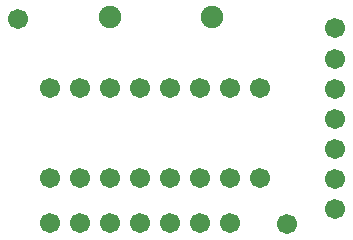
<source format=gts>
G04 Layer: TopSolderMaskLayer*
G04 EasyEDA Pro v2.2.39.2, 2025-06-16 16:20:03*
G04 Gerber Generator version 0.3*
G04 Scale: 100 percent, Rotated: No, Reflected: No*
G04 Dimensions in millimeters*
G04 Leading zeros omitted, absolute positions, 4 integers and 5 decimals*
G04 Generated by one-click*
%FSLAX45Y45*%
%MOMM*%
%ADD10C,1.7016*%
%ADD11C,1.9016*%
%ADD12C,0.5447*%
G75*


G04 Pad Start*
G54D10*
G01X2247900Y-1739900D03*
G01X241300Y-1727200D03*
G01X1511300Y-1727200D03*
G01X1257300Y-1727200D03*
G01X1003300Y-1727200D03*
G01X749300Y-1727200D03*
G01X495300Y-1727200D03*
G01X2654300Y-1612900D03*
G01X2654300Y-1358900D03*
G01X2654300Y-1104900D03*
G01X2654300Y-850900D03*
G01X2654300Y-596900D03*
G01X2654300Y-342900D03*
G01X-25400Y0D03*
G01X1765300Y-1727200D03*
G01X2654300Y-76200D03*
G54D11*
G01X746100Y12700D03*
G01X1616100Y12700D03*
G54D10*
G01X239954Y-1344539D03*
G01X493954Y-1344539D03*
G01X747954Y-1344539D03*
G01X1001954Y-1344539D03*
G01X1255954Y-1344539D03*
G01X1509954Y-1344539D03*
G01X1763954Y-1344539D03*
G01X2017954Y-1344539D03*
G01X2017954Y-582539D03*
G01X1763954Y-582539D03*
G01X1509954Y-582539D03*
G01X1255954Y-582539D03*
G01X1001954Y-582539D03*
G01X747954Y-582539D03*
G01X493954Y-582539D03*
G01X239954Y-582539D03*
G04 Pad End*

M02*


</source>
